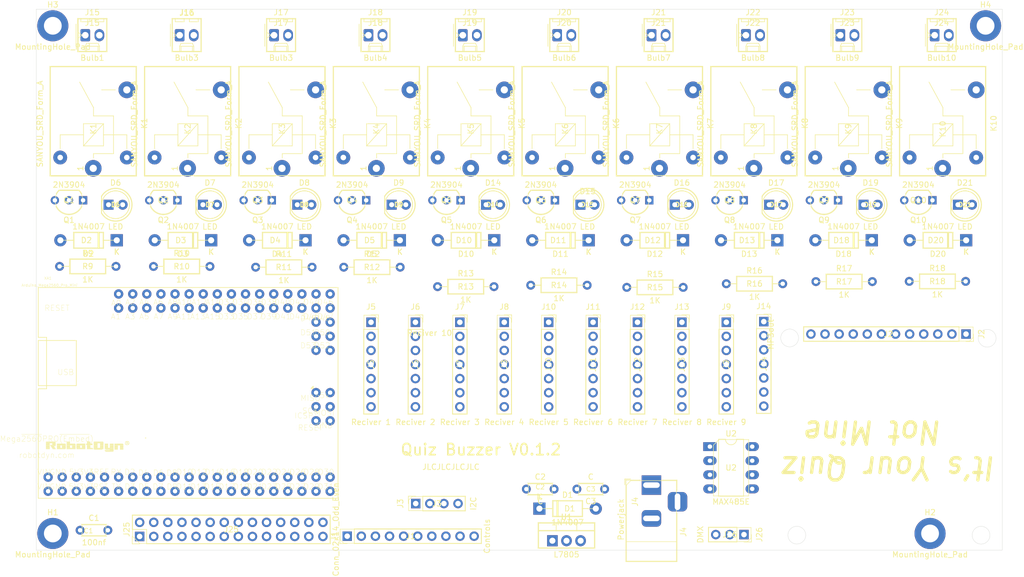
<source format=kicad_pcb>
(kicad_pcb (version 20221018) (generator pcbnew)
  (title_block (title "Quiz Buzzer") (date "2023-04-04") (rev "V0.1.2") (company "Tobin Stage") (comment 1 "By TwinTurbo"))
  (layers (0 "F.Cu" signal) (31 "B.Cu" signal) (34 "B.Paste" user) (35 "F.Paste" user) (36 "B.SilkS" user "B.Silkscreen") (37 "F.SilkS" user "F.Silkscreen") (38 "B.Mask" user) (39 "F.Mask" user) (44 "Edge.Cuts" user))
  (net 0 "")
  (net 1 "GND")
  (net 2 "+12V")
  (net 3 "+5V")
  (net 4 "Net-(D2-A)")
  (net 5 "Net-(D3-A)")
  (net 6 "Net-(D4-A)")
  (net 7 "Net-(D5-A)")
  (net 8 "Net-(D6-A)")
  (net 9 "Net-(D6-K)")
  (net 10 "Net-(D7-A)")
  (net 11 "Net-(D7-K)")
  (net 12 "Net-(D8-A)")
  (net 13 "Net-(D8-K)")
  (net 14 "Net-(D9-A)")
  (net 15 "Net-(D9-K)")
  (net 16 "Net-(D10-A)")
  (net 17 "Net-(D11-A)")
  (net 18 "Net-(D12-A)")
  (net 19 "Net-(D13-A)")
  (net 20 "Net-(D14-A)")
  (net 21 "Net-(D14-K)")
  (net 22 "Net-(D15-A)")
  (net 23 "Net-(D15-K)")
  (net 24 "Net-(D16-A)")
  (net 25 "Net-(D16-K)")
  (net 26 "Net-(D17-A)")
  (net 27 "Net-(D17-K)")
  (net 28 "Net-(D18-A)")
  (net 29 "Net-(D19-A)")
  (net 30 "Net-(D19-K)")
  (net 31 "Net-(D20-A)")
  (net 32 "Net-(D21-A)")
  (net 33 "Net-(D21-K)")
  (net 34 "Net-(J1-Pin_9)")
  (net 35 "Net-(J1-Pin_8)")
  (net 36 "Net-(J1-Pin_7)")
  (net 37 "Net-(J1-Pin_6)")
  (net 38 "Net-(J1-Pin_5)")
  (net 39 "Net-(J1-Pin_4)")
  (net 40 "Net-(J1-Pin_3)")
  (net 41 "Net-(J1-Pin_2)")
  (net 42 "PORTB_1")
  (net 43 "PORTB_2")
  (net 44 "PORTB_3")
  (net 45 "PORTB_4")
  (net 46 "PORTB_5")
  (net 47 "PORTB_6")
  (net 48 "PORTB_7")
  (net 49 "PORTB_8")
  (net 50 "SDA")
  (net 51 "SCL")
  (net 52 "MP3_EN")
  (net 53 "Rec1")
  (net 58 "Rec2")
  (net 63 "Rec3")
  (net 68 "Rec4")
  (net 73 "Rec9")
  (net 78 "Rec5")
  (net 83 "Rec6")
  (net 88 "Rec7")
  (net 93 "Rec8")
  (net 98 "Rec10")
  (net 103 "Net-(J15-Pin_1)")
  (net 104 "Net-(J16-Pin_1)")
  (net 105 "Net-(J17-Pin_1)")
  (net 106 "Net-(J18-Pin_1)")
  (net 107 "Net-(J19-Pin_1)")
  (net 108 "Net-(J20-Pin_1)")
  (net 109 "Net-(J21-Pin_1)")
  (net 110 "Net-(J22-Pin_1)")
  (net 111 "Net-(J23-Pin_1)")
  (net 112 "Lamp1")
  (net 113 "Lamp3")
  (net 114 "Lamp5")
  (net 115 "Lamp7")
  (net 116 "Lamp2")
  (net 117 "Lamp4")
  (net 118 "Lamp6")
  (net 119 "Lamp8")
  (net 120 "Lamp9")
  (net 121 "Lamp10")
  (net 122 "Net-(J24-Pin_1)")
  (net 123 "Net-(J26-Pin_2)")
  (net 124 "Net-(J26-Pin_3)")
  (net 131 "AUX-HEAD-3")
  (net 132 "AUX-HEAD-1")
  (net 133 "DMX-RX")
  (net 134 "AUX-HEAD-4")
  (net 135 "AUX-HEAD-2")
  (net 136 "DMX-TX")
  (net 137 "AUX-HEAD-6")
  (net 138 "AUX-HEAD-5")
  (net 139 "AUX-HEAD-7")
  (net 140 "AUX-HEAD-8")
  (net 141 "AUX-HEAD-10")
  (net 142 "AUX-HEAD-9")
  (net 143 "AUX-HEAD-11")
  (net 144 "AUX-HEAD-12")
  (net 145 "AUX-HEAD-13")
  (net 146 "AUX-HEAD-14")
  (net 147 "AUX-HEAD-15")
  (net 148 "AUX-HEAD-16")
  (net 149 "AUX-HEAD-17")
  (net 150 "AUX-HEAD-18")
  (net 151 "AUX-HEAD-19")
  (net 152 "AUX-HEAD-27")
  (net 153 "AUX-HEAD-21")
  (net 154 "AUX-HEAD-20")
  (net 155 "AUX-HEAD-22")
  (net 156 "AUX-HEAD-24")
  (net 157 "AUX-HEAD-23")
  (net 158 "AUX-HEAD-25")
  (net 159 "AUX-HEAD-26")
  (footprint "Capacitor_THT:C_Disc_D4.3mm_W1.9mm_P5.00mm" (layer "F.Cu") (at 121.251 99.939)
    (fp_text reference "C2")
    (fp_text value "C")
  )
  (footprint "Capacitor_THT:C_Disc_D4.3mm_W1.9mm_P5.00mm" (layer "F.Cu") (at 135.351 99.939 180)
    (fp_text reference "C3")
    (fp_text value "C")
  )
  (footprint "Diode_THT:D_DO-41_SOD81_P10.16mm_Horizontal" (layer "F.Cu") (at 123.601 103.459)
    (fp_text reference "D1")
    (fp_text value "1N4007")
  )
  (footprint "Diode_THT:D_DO-41_SOD81_P10.16mm_Horizontal" (layer "F.Cu") (at 47.47 55.08 180)
    (fp_text reference "D2")
    (fp_text value "1N4007")
  )
  (footprint "Diode_THT:D_DO-41_SOD81_P10.16mm_Horizontal" (layer "F.Cu") (at 81.47 55.08 180)
    (fp_text reference "D4")
    (fp_text value "1N4007")
  )
  (footprint "Diode_THT:D_DO-41_SOD81_P10.16mm_Horizontal" (layer "F.Cu") (at 98.47 55.08 180)
    (fp_text reference "D5")
    (fp_text value "1N4007")
  )
  (footprint "LED_THT:LED_D5.0mm" (layer "F.Cu") (at 45.99 48.67)
    (fp_text reference "D6")
    (fp_text value "LED")
  )
  (footprint "LED_THT:LED_D5.0mm" (layer "F.Cu") (at 62.99 48.67)
    (fp_text reference "D7")
    (fp_text value "LED")
  )
  (footprint "LED_THT:LED_D5.0mm" (layer "F.Cu") (at 79.99 48.67)
    (fp_text reference "D8")
    (fp_text value "LED")
  )
  (footprint "LED_THT:LED_D5.0mm" (layer "F.Cu") (at 96.99 48.67)
    (fp_text reference "D9")
    (fp_text value "LED")
  )
  (footprint "Diode_THT:D_DO-41_SOD81_P10.16mm_Horizontal" (layer "F.Cu") (at 115.47 55.08 180)
    (fp_text reference "D10")
    (fp_text value "1N4007")
  )
  (footprint "Diode_THT:D_DO-41_SOD81_P10.16mm_Horizontal" (layer "F.Cu") (at 132.47 55.08 180)
    (fp_text reference "D11")
    (fp_text value "1N4007")
  )
  (footprint "Diode_THT:D_DO-41_SOD81_P10.16mm_Horizontal" (layer "F.Cu") (at 149.47 55.08 180)
    (fp_text reference "D12")
    (fp_text value "1N4007")
  )
  (footprint "Diode_THT:D_DO-41_SOD81_P10.16mm_Horizontal" (layer "F.Cu") (at 166.47 55.08 180)
    (fp_text reference "D13")
    (fp_text value "1N4007")
  )
  (footprint "LED_THT:LED_D5.0mm" (layer "F.Cu") (at 113.99 48.67)
    (fp_text reference "D14")
    (fp_text value "LED")
  )
  (footprint "LED_THT:LED_D5.0mm" (layer "F.Cu") (at 130.99 48.67)
    (fp_text reference "D15")
    (fp_text value "LED")
  )
  (footprint "LED_THT:LED_D5.0mm" (layer "F.Cu") (at 147.99 48.67)
    (fp_text reference "D16")
    (fp_text value "LED")
  )
  (footprint "LED_THT:LED_D5.0mm" (layer "F.Cu") (at 164.99 48.67)
    (fp_text reference "D17")
    (fp_text value "LED")
  )
  (footprint "Diode_THT:D_DO-41_SOD81_P10.16mm_Horizontal" (layer "F.Cu") (at 183.47 55.08 180)
    (fp_text reference "D18")
    (fp_text value "1N4007")
  )
  (footprint "LED_THT:LED_D5.0mm" (layer "F.Cu") (at 181.99 48.67)
    (fp_text reference "D19")
    (fp_text value "LED")
  )
  (footprint "Diode_THT:D_DO-41_SOD81_P10.16mm_Horizontal" (layer "F.Cu") (at 200.47 55.08 180)
    (fp_text reference "D20")
    (fp_text value "1N4007")
  )
  (footprint "LED_THT:LED_D5.0mm" (layer "F.Cu") (at 198.99 48.67)
    (fp_text reference "D21")
    (fp_text value "LED")
  )
  (footprint "Connector_PinHeader_2.54mm:PinHeader_1x10_P2.54mm_Vertical" (layer "F.Cu") (at 88.981 108.429 90)
    (fp_text reference "J1")
    (fp_text value "Controls")
  )
  (footprint "Connector_PinSocket_2.54mm:PinSocket_1x04_P2.54mm_Vertical" (layer "F.Cu") (at 101.321 102.549 90)
    (fp_text reference "J3")
    (fp_text value "I2C")
  )
  (footprint "Connector_BarrelJack:BarrelJack_Horizontal" (layer "F.Cu") (at 143.781 99.219 90)
    (fp_text reference "J4")
    (fp_text value "Powerjack")
  )
  (footprint "Connector_Molex:Molex_KK-254_AE-6410-02A_1x02_P2.54mm_Vertical" (layer "F.Cu") (at 41.8 18.11)
    (fp_text reference "J15")
    (fp_text value "Bulb1")
  )
  (footprint "Connector_Molex:Molex_KK-254_AE-6410-02A_1x02_P2.54mm_Vertical" (layer "F.Cu") (at 58.8 18.11)
    (fp_text reference "J16")
    (fp_text value "Bulb3")
  )
  (footprint "Connector_Molex:Molex_KK-254_AE-6410-02A_1x02_P2.54mm_Vertical" (layer "F.Cu") (at 92.8 18.11)
    (fp_text reference "J18")
    (fp_text value "Bulb4")
  )
  (footprint "Connector_Molex:Molex_KK-254_AE-6410-02A_1x02_P2.54mm_Vertical" (layer "F.Cu") (at 109.8 18.11)
    (fp_text reference "J19")
    (fp_text value "Bulb5")
  )
  (footprint "Connector_Molex:Molex_KK-254_AE-6410-02A_1x02_P2.54mm_Vertical" (layer "F.Cu") (at 126.8 18.11)
    (fp_text reference "J20")
    (fp_text value "Bulb6")
  )
  (footprint "Connector_Molex:Molex_KK-254_AE-6410-02A_1x02_P2.54mm_Vertical" (layer "F.Cu") (at 143.8 18.11)
    (fp_text reference "J21")
    (fp_text value "Bulb7")
  )
  (footprint "Connector_Molex:Molex_KK-254_AE-6410-02A_1x02_P2.54mm_Vertical" (layer "F.Cu") (at 160.8 18.11)
    (fp_text reference "J22")
    (fp_text value "Bulb8")
  )
  (footprint "Connector_Molex:Molex_KK-254_AE-6410-02A_1x02_P2.54mm_Vertical" (layer "F.Cu") (at 177.8 18.11)
    (fp_text reference "J23")
    (fp_text value "Bulb9")
  )
  (footprint "Connector_Molex:Molex_KK-254_AE-6410-02A_1x02_P2.54mm_Vertical" (layer "F.Cu") (at 194.8 18.11)
    (fp_text reference "J24")
    (fp_text value "Bulb10")
  )
  (footprint "Relay_THT:Relay_SPST_SANYOU_SRD_Series_Form_A" (layer "F.Cu") (at 43.23 42.11 90)
    (fp_text reference "K1")
    (fp_text value "SANYOU_SRD_Form_A")
  )
  (footprint "Relay_THT:Relay_SPST_SANYOU_SRD_Series_Form_A" (layer "F.Cu") (at 60.23 42.11 90)
    (fp_text reference "K2")
    (fp_text value "SANYOU_SRD_Form_A")
  )
  (footprint "Relay_THT:Relay_SPST_SANYOU_SRD_Series_Form_A" (layer "F.Cu") (at 77.23 42.11 90)
    (fp_text reference "K3")
    (fp_text value "SANYOU_SRD_Form_A")
  )
  (footprint "Relay_THT:Relay_SPST_SANYOU_SRD_Series_Form_A" (layer "F.Cu") (at 94.23 42.11 90)
    (fp_text reference "K4")
    (fp_text value "SANYOU_SRD_Form_A")
  )
  (footprint "Relay_THT:Relay_SPST_SANYOU_SRD_Series_Form_A" (layer "F.Cu") (at 111.23 42.11 90)
    (fp_text reference "K5")
    (fp_text value "SANYOU_SRD_Form_A")
  )
  (footprint "Relay_THT:Relay_SPST_SANYOU_SRD_Series_Form_A" (layer "F.Cu") (at 128.23 42.11 90)
    (fp_text reference "K6")
    (fp_text value "SANYOU_SRD_Form_A")
  )
  (footprint "Relay_THT:Relay_SPST_SANYOU_SRD_Series_Form_A" (layer "F.Cu") (at 145.23 42.11 90)
    (fp_text reference "K7")
    (fp_text value "SANYOU_SRD_Form_A")
  )
  (footprint "Relay_THT:Relay_SPST_SANYOU_SRD_Series_Form_A" (layer "F.Cu") (at 162.23 42.11 90)
    (fp_text reference "K8")
    (fp_text value "SANYOU_SRD_Form_A")
  )
  (footprint "Relay_THT:Relay_SPST_SANYOU_SRD_Series_Form_A" (layer "F.Cu") (at 179.23 42.11 90)
    (fp_text reference "K9")
    (fp_text value "SANYOU_SRD_Form_A")
  )
  (footprint "Relay_THT:Relay_SPST_SANYOU_SRD_Series_Form_A" (layer "F.Cu") (at 196.23 42.11 90)
    (fp_text reference "K10")
    (fp_text value "SANYOU_SRD_Form_A")
  )
  (footprint "Package_TO_SOT_THT:TO-92_Inline_Wide" (layer "F.Cu") (at 41.4 47.87 180)
    (fp_text reference "Q1")
    (fp_text value "2N3904")
  )
  (footprint "Package_TO_SOT_THT:TO-92_Inline_Wide" (layer "F.Cu") (at 58.4 47.87 180)
    (fp_text reference "Q2")
    (fp_text value "2N3904")
  )
  (footprint "Package_TO_SOT_THT:TO-92_Inline_Wide" (layer "F.Cu") (at 75.4 47.87 180)
    (fp_text reference "Q3")
    (fp_text value "2N3904")
  )
  (footprint "Package_TO_SOT_THT:TO-92_Inline_Wide" (layer "F.Cu") (at 92.4 47.87 180)
    (fp_text reference "Q4")
    (fp_text value "2N3904")
  )
  (footprint "Package_TO_SOT_THT:TO-92_Inline_Wide" (layer "F.Cu") (at 109.4 47.87 180)
    (fp_text reference "Q5")
    (fp_text value "2N3904")
  )
  (footprint "Package_TO_SOT_THT:TO-92_Inline_Wide" (layer "F.Cu") (at 126.4 47.87 180)
    (fp_text reference "Q6")
    (fp_text value "2N3904")
  )
  (footprint "Package_TO_SOT_THT:TO-92_Inline_Wide" (layer "F.Cu") (at 143.4 47.87 180)
    (fp_text reference "Q7")
    (fp_text value "2N3904")
  )
  (footprint "Package_TO_SOT_THT:TO-92_Inline_Wide" (layer "F.Cu") (at 160.4 47.87 180)
    (fp_text reference "Q8")
    (fp_text value "2N3904")
  )
  (footprint "Package_TO_SOT_THT:TO-92_Inline_Wide" (layer "F.Cu") (at 177.4 47.87 180)
    (fp_text reference "Q9")
    (fp_text value "2N3904")
  )
  (footprint "Package_TO_SOT_THT:TO-92_Inline_Wide" (layer "F.Cu") (at 194.4 47.87 180)
    (fp_text reference "Q10")
    (fp_text value "2N3904")
  )
  (footprint "Resistor_THT:R_Axial_DIN0207_L6.3mm_D2.5mm_P10.16mm_Horizontal" (layer "F.Cu") (at 37.17 59.79)
    (fp_text reference "R9")
    (fp_text value "1K")
  )
  (footprint "Resistor_THT:R_Axial_DIN0207_L6.3mm_D2.5mm_P10.16mm_Horizontal" (layer "F.Cu") (at 54.09 59.8)
    (fp_text reference "R10")
    (fp_text value "1K")
  )
  (footprint "Resistor_THT:R_Axial_DIN0207_L6.3mm_D2.5mm_P10.16mm_Horizontal" (layer "F.Cu") (at 72.49 59.93)
    (fp_text reference "R11")
    (fp_text value "1K")
  )
  (footprint "Resistor_THT:R_Axial_DIN0207_L6.3mm_D2.5mm_P10.16mm_Horizontal" (layer "F.Cu") (at 88.36 59.93)
    (fp_text reference "R12")
    (fp_text value "1K")
  )
  (footprint "Resistor_THT:R_Axial_DIN0207_L6.3mm_D2.5mm_P10.16mm_Horizontal" (layer "F.Cu") (at 105.26 63.44)
    (fp_text reference "R13")
    (fp_text value "1K")
  )
  (footprint "Resistor_THT:R_Axial_DIN0207_L6.3mm_D2.5mm_P10.16mm_Horizontal" (layer "F.Cu") (at 122.04 63.18)
    (fp_text reference "R14")
    (fp_text value "1K")
  )
  (footprint "Resistor_THT:R_Axial_DIN0207_L6.3mm_D2.5mm_P10.16mm_Horizontal" (layer "F.Cu") (at 139.34 63.57)
    (fp_text reference "R15")
    (fp_text value "1K")
  )
  (footprint "Resistor_THT:R_Axial_DIN0207_L6.3mm_D2.5mm_P10.16mm_Horizontal" (layer "F.Cu") (at 157.27 62.92)
    (fp_text reference "R16")
    (fp_text value "1K")
  )
  (footprint "Resistor_THT:R_Axial_DIN0207_L6.3mm_D2.5mm_P10.16mm_Horizontal" (layer "F.Cu") (at 173.41 62.53)
    (fp_text reference "R17")
    (fp_text value "1K")
  )
  (footprint "Resistor_THT:R_Axial_DIN0207_L6.3mm_D2.5mm_P10.16mm_Horizontal" (layer "F.Cu") (at 190.22 62.49)
    (fp_text reference "R18")
    (fp_text value "1K")
  )
  (footprint "Package_TO_SOT_THT:TO-220-3_Vertical" (layer "F.Cu") (at 125.941 109.249)
    (fp_text reference "U1")
    (fp_text value "L7805")
  )
  (footprint "AA-ROB-FULL:MEGA2560PRO-EMBED" (layer "F.Cu") (at 68.124 81.275)
    (fp_text reference "XA1")
    (fp_text value "Arduino_Mega2560_Pro_Mini")
  )
  (footprint "Capacitor_THT:C_Disc_D4.3mm_W1.9mm_P5.00mm" (layer "F.Cu") (at 40.864 107.358)
    (fp_text reference "C1")
    (fp_text value "100nf")
  )
  (footprint "Connector_PinSocket_2.54mm:PinSocket_1x12_P2.54mm_Vertical" (layer "F.Cu") (at 200.449 71.991 -90)
    (fp_text reference "J2")
    (fp_text value "MP3out")
  )
  (footprint "MountingHole:MountingHole_3.2mm_M3_DIN965_Pad" (layer "F.Cu") (at 35.95 107.94)
    (fp_text reference "H1")
    (fp_text value "MountingHole_Pad")
  )
  (footprint "MountingHole:MountingHole_3.2mm_M3_DIN965_Pad" (layer "F.Cu") (at 193.97 107.94)
    (fp_text reference "H2")
    (fp_text value "MountingHole_Pad")
  )
  (footprint "MountingHole:MountingHole_3.2mm_M3_DIN965_Pad" (layer "F.Cu") (at 35.95 16.41)
    (fp_text reference "H3")
    (fp_text value "MountingHole_Pad")
  )
  (footprint "MountingHole:MountingHole_3.2mm_M3_DIN965_Pad" (layer "F.Cu") (at 203.97 16.41)
    (fp_text reference "H4")
    (fp_text value "MountingHole_Pad")
  )
  (footprint "Diode_THT:D_DO-41_SOD81_P10.16mm_Horizontal" (layer "F.Cu") (at 64.47 55.08 180)
    (fp_text reference "D3")
    (fp_text value "1N4007")
  )
  (footprint "Connector_Molex:Molex_KK-254_AE-6410-02A_1x02_P2.54mm_Vertical" (layer "F.Cu") (at 75.8 18.11)
    (fp_text reference "J17")
    (fp_text value "Bulb3")
  )
  (footprint "Connector_PinSocket_2.54mm:PinSocket_1x07_P2.54mm_Vertical" (layer "F.Cu") (at 157.269 69.861)
    (fp_text reference "J9")
    (fp_text value "Reciver 9")
  )
  (footprint "Connector_PinSocket_2.54mm:PinSocket_1x07_P2.54mm_Vertical" (layer "F.Cu") (at 101.269 69.861)
    (fp_text reference "J6")
    (fp_text value "Reciver 2")
  )
  (footprint "Connector_PinSocket_2.54mm:PinSocket_1x07_P2.54mm_Vertical" (layer "F.Cu") (at 133.269 69.861)
    (fp_text reference "J11")
    (fp_text value "Reciver 6")
  )
  (footprint "Connector_PinSocket_2.54mm:PinSocket_1x07_P2.54mm_Vertical" (layer "F.Cu") (at 141.269 69.861)
    (fp_text reference "J12")
    (fp_text value "Reciver 7")
  )
  (footprint "Connector_PinSocket_2.54mm:PinSocket_1x07_P2.54mm_Vertical" (layer "F.Cu") (at 125.269 69.861)
    (fp_text reference "J10")
    (fp_text value "Reciver 5")
  )
  (footprint "Connector_PinSocket_2.54mm:PinSocket_1x07_P2.54mm_Vertical" (layer "F.Cu") (at 93.269 69.861)
    (fp_text reference "J5")
    (fp_text value "Reciver 1")
  )
  (footprint "Connector_PinSocket_2.54mm:PinSocket_1x07_P2.54mm_Vertical" (layer "F.Cu") (at 149.269 69.861)
    (fp_text reference "J13")
    (fp_text value "Reciver 8")
  )
  (footprint "Connector_PinSocket_2.54mm:PinSocket_1x07_P2.54mm_Vertical" (layer "F.Cu") (at 117.269 69.861)
    (fp_text reference "J8")
    (fp_text value "Reciver 4")
  )
  (footprint "Connector_PinSocket_2.54mm:PinSocket_1x07_P2.54mm_Vertical" (layer "F.Cu") (at 109.269 69.861)
    (fp_text reference "J7")
    (fp_text value "Reciver 3")
  )
  (footprint "Connector_PinSocket_2.54mm:PinSocket_1x07_P2.54mm_Vertical" (layer "F.Cu") (at 164.023 69.746)
    (fp_text reference "J14")
    (fp_text value "Reciver 10")
  )
  (footprint "Connector_PinHeader_2.54mm:PinHeader_2x14_P2.54mm_Vertical" (layer "F.Cu") (at 51.59 108.48 90)
    (fp_text reference "J25")
    (fp_text value "Conn_02x14_Odd_Even")
  )
  (footprint "Connector_PinSocket_2.54mm:PinSocket_1x03_P2.54mm_Vertical" (layer "F.Cu") (at 160.45 108.14 -90)
    (fp_text reference "J26")
    (fp_text value "DMX")
  )
  (footprint "Package_DIP:DIP-8_W7.62mm_LongPads" (layer "F.Cu") (at 154.315 92.28)
    (fp_text reference "U2")
    (fp_text value "MAX485E")
  )
  (gr_circle (center 203.159 108.251) (end 201.559 108.251) (stroke (width 0.05)) (fill none) (layer "Edge.Cuts"))
  (gr_circle (center 169.969 108.241) (end 168.369 108.241) (stroke (width 0.05)) (fill none) (layer "Edge.Cuts"))
  (gr_circle (center 204.259 72.741) (end 202.659 72.741) (stroke (width 0.05)) (fill none) (layer "Edge.Cuts"))
  (gr_circle (center 168.679 72.691) (end 167.079 72.691) (stroke (width 0.05)) (fill none) (layer "Edge.Cuts"))
  (gr_line (start 206.97 110.94) (end 206.97 13.41) (stroke (width 0.05)) (layer "Edge.Cuts"))
  (gr_line (start 32.95 13.41) (end 32.95 110.94) (stroke (width 0.05)) (layer "Edge.Cuts"))
  (gr_line (start 32.95 110.94) (end 206.97 110.94) (stroke (width 0.05)) (layer "Edge.Cuts"))
  (gr_line (start 206.97 13.41) (end 32.95 13.41) (stroke (width 0.05)) (layer "Edge.Cuts"))
  (gr_text "It's Your Quiz \n Not Mine" (at 185.089 92.881 180) (layer "F.SilkS") (effects (font (size 4 3.7) (thickness 0.6) italic)))
  (gr_text "JLCJLCJLCJLC" (at 107.67 95.95) (layer "F.SilkS") (effects (font (size 1 1))))
  (gr_text "Quiz Buzzer V0.1.2 " (at 113.83 92.82) (layer "F.SilkS") (effects (font (size 2 2) (thickness 0.3))))
)
</source>
